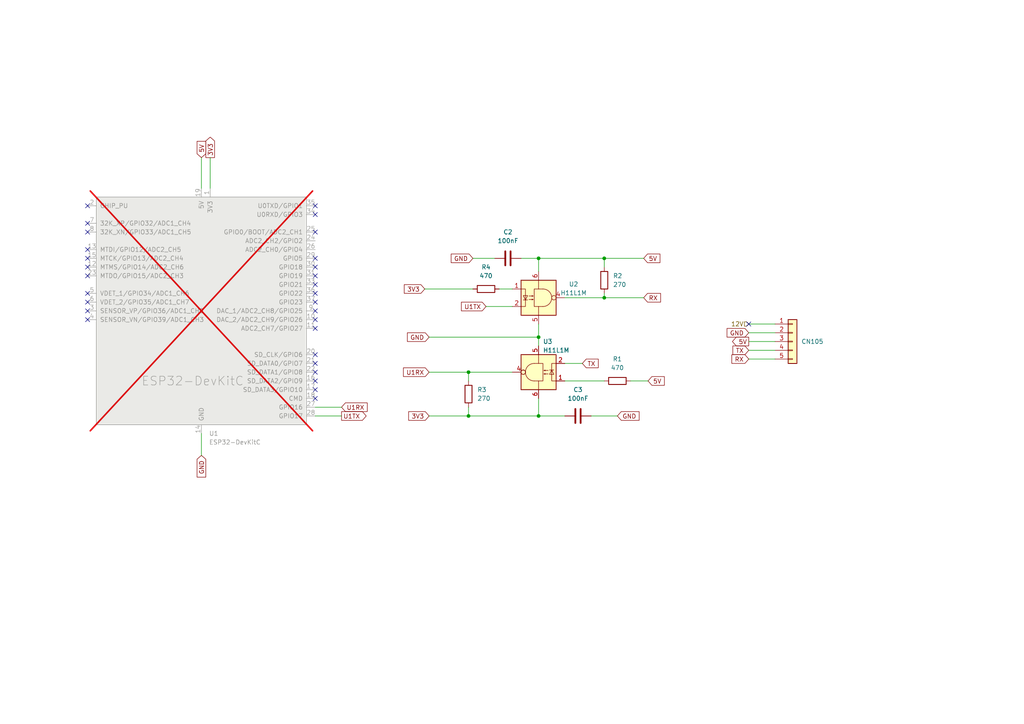
<source format=kicad_sch>
(kicad_sch (version 20230121) (generator eeschema)
  (paper "A4")
  (title_block (title "MEL CN105 Adapter") (date "24.12.2023"))
  (lib_symbols
    (symbol "Connector_Generic:Conn_01x05" (pin_names (offset 1.016) hide)
      (property "Reference" "J" (at 0 7.62 0))
      (property "Value" "Conn_01x05" (at 0 -7.62 0))
      (symbol "Conn_01x05_1_1"
        (rectangle (start -1.27 -4.953) (end 0 -5.207) (stroke (width 0.1524)))
        (rectangle (start -1.27 -2.413) (end 0 -2.667) (stroke (width 0.1524)))
        (rectangle (start -1.27 0.127) (end 0 -0.127) (stroke (width 0.1524)))
        (rectangle (start -1.27 2.667) (end 0 2.413) (stroke (width 0.1524)))
        (rectangle (start -1.27 5.207) (end 0 4.953) (stroke (width 0.1524)))
        (rectangle (start -1.27 6.35) (end 1.27 -6.35) (stroke (width 0.254)) (fill (type background)))
        (pin passive line (at -5.08 5.08 0) (length 3.81) (name "Pin_1") (number "1"))
        (pin passive line (at -5.08 2.54 0) (length 3.81) (name "Pin_2") (number "2"))
        (pin passive line (at -5.08 0 0) (length 3.81) (name "Pin_3") (number "3"))
        (pin passive line (at -5.08 -2.54 0) (length 3.81) (name "Pin_4") (number "4"))
        (pin passive line (at -5.08 -5.08 0) (length 3.81) (name "Pin_5") (number "5"))
      )
    )
    (symbol "Device:C" (pin_numbers hide) (pin_names (offset 0.254))
      (property "Reference" "C" (at 0.635 2.54 0))
      (property "Value" "C" (at 0.635 -2.54 0))
      (symbol "C_0_1"
        (polyline (pts (xy -2.032 -0.762) (xy 2.032 -0.762)) (stroke (width 0.508)))
        (polyline (pts (xy -2.032 0.762) (xy 2.032 0.762)) (stroke (width 0.508)))
      )
      (symbol "C_1_1"
        (pin passive line (at 0 3.81 270) (length 2.794) (name "~") (number "1"))
        (pin passive line (at 0 -3.81 90) (length 2.794) (name "~") (number "2"))
      )
    )
    (symbol "Device:R" (pin_numbers hide) (pin_names (offset 0))
      (property "Reference" "R" (at 2.032 0 90))
      (property "Value" "R" (at 0 0 90))
      (symbol "R_0_1"
        (rectangle (start -1.016 -2.54) (end 1.016 2.54) (stroke (width 0.254)))
      )
      (symbol "R_1_1"
        (pin passive line (at 0 3.81 270) (length 1.27) (name "~") (number "1"))
        (pin passive line (at 0 -3.81 90) (length 1.27) (name "~") (number "2"))
      )
    )
    (symbol "Isolator:H11L1" (pin_names (offset 1.016))
      (property "Reference" "U" (at 1.27 8.89 0))
      (property "Value" "H11L1" (at 1.27 6.35 0))
      (symbol "H11L1_0_1"
        (rectangle (start -5.08 5.08) (end 5.08 -5.08) (stroke (width 0.254)) (fill (type background)))
        (polyline (pts (xy -4.445 -0.635) (xy -3.175 -0.635)))
        (polyline (pts (xy 0 2.54) (xy 0 5.08)))
        (polyline (pts (xy 0 -2.54) (xy 0 -5.08) (xy 0 -3.81)))
        (polyline (pts (xy -5.08 -2.54) (xy -3.81 -2.54) (xy -3.81 2.54) (xy -5.08 2.54)))
        (polyline (pts (xy -3.81 -0.635) (xy -4.445 0.635) (xy -3.175 0.635) (xy -3.81 -0.635)))
        (polyline (pts (xy 1.27 -2.54) (xy -1.27 -2.54) (xy -1.27 2.54) (xy 1.27 2.54)))
        (polyline (pts (xy -2.794 -0.508) (xy -1.524 -0.508) (xy -1.905 -0.635) (xy -1.905 -0.381) (xy -1.524 -0.508)))
        (polyline (pts (xy -2.794 0.508) (xy -1.524 0.508) (xy -1.905 0.381) (xy -1.905 0.635) (xy -1.524 0.508)))
        (arc (start 1.27 -2.54) (mid 3.799 0) (end 1.27 2.54))
      )
      (symbol "H11L1_1_1"
        (pin passive line (at -7.62 2.54 0) (length 2.54) (name "~") (number "1"))
        (pin passive line (at -7.62 -2.54 0) (length 2.54) (name "~") (number "2"))
        (pin no_connect line (at -5.08 0 0) (length 2.54) hide (name "~") (number "3"))
        (pin output inverted (at 7.62 0 180) (length 3.81) (name "~") (number "4"))
        (pin power_in line (at 0 -7.62 90) (length 2.54) (name "~") (number "5"))
        (pin power_in line (at 0 7.62 270) (length 2.54) (name "~") (number "6"))
      )
    )
    (symbol "PCM_Espressif:ESP32-DevKitC" (pin_names (offset 1.016))
      (property "Reference" "U" (at -30.48 38.1 0))
      (property "Value" "ESP32-DevKitC" (at -30.48 35.56 0))
      (symbol "ESP32-DevKitC_0_0"
        (text "ESP32-DevKitC" (at -2.54 -20.32 0) (effects (font (size 2.54 2.54))))
        (pin power_in line (at 0 -35.56 90) (length 2.54) (name "GND") (number "14"))
        (pin power_in line (at 0 35.56 270) (length 2.54) (name "5V") (number "19"))
      )
      (symbol "ESP32-DevKitC_0_1"
        (rectangle (start -30.48 33.02) (end 30.48 -33.02) (fill (type background)))
      )
      (symbol "ESP32-DevKitC_1_1"
        (pin power_in line (at 2.54 35.56 270) (length 2.54) (name "3V3") (number "1"))
        (pin bidirectional line (at 33.02 -2.54 180) (length 2.54) (name "DAC_2/ADC2_CH9/GPIO26") (number "10"))
        (pin bidirectional line (at 33.02 -5.08 180) (length 2.54) (name "ADC2_CH7/GPIO27") (number "11"))
        (pin bidirectional line (at -33.02 12.7 0) (length 2.54) (name "MTMS/GPIO14/ADC2_CH6") (number "12"))
        (pin bidirectional line (at -33.02 17.78 0) (length 2.54) (name "MTDI/GPIO12/ADC2_CH5") (number "13"))
        (pin bidirectional line (at -33.02 15.24 0) (length 2.54) (name "MTCK/GPIO13/ADC2_CH4") (number "15"))
        (pin bidirectional line (at 33.02 -20.32 180) (length 2.54) (name "SD_DATA2/GPIO9") (number "16"))
        (pin bidirectional line (at 33.02 -22.86 180) (length 2.54) (name "SD_DATA3/GPIO10") (number "17"))
        (pin bidirectional line (at 33.02 -25.4 180) (length 2.54) (name "CMD") (number "18"))
        (pin input line (at -33.02 30.48 0) (length 2.54) (name "CHIP_PU") (number "2"))
        (pin bidirectional line (at 33.02 -12.7 180) (length 2.54) (name "SD_CLK/GPIO6") (number "20"))
        (pin bidirectional line (at 33.02 -15.24 180) (length 2.54) (name "SD_DATA0/GPIO7") (number "21"))
        (pin bidirectional line (at 33.02 -17.78 180) (length 2.54) (name "SD_DATA1/GPIO8") (number "22"))
        (pin bidirectional line (at -33.02 10.16 0) (length 2.54) (name "MTDO/GPIO15/ADC2_CH3") (number "23"))
        (pin bidirectional line (at 33.02 20.32 180) (length 2.54) (name "ADC2_CH2/GPIO2") (number "24"))
        (pin bidirectional line (at 33.02 22.86 180) (length 2.54) (name "GPIO0/BOOT/ADC2_CH1") (number "25"))
        (pin bidirectional line (at 33.02 17.78 180) (length 2.54) (name "ADC2_CH0/GPIO4") (number "26"))
        (pin bidirectional line (at 33.02 -27.94 180) (length 2.54) (name "GPIO16") (number "27"))
        (pin bidirectional line (at 33.02 -30.48 180) (length 2.54) (name "GPIO17") (number "28"))
        (pin bidirectional line (at 33.02 15.24 180) (length 2.54) (name "GPIO5") (number "29"))
        (pin input line (at -33.02 0 0) (length 2.54) (name "SENSOR_VP/GPIO36/ADC1_CH0") (number "3"))
        (pin bidirectional line (at 33.02 12.7 180) (length 2.54) (name "GPIO18") (number "30"))
        (pin bidirectional line (at 33.02 10.16 180) (length 2.54) (name "GPIO19") (number "31"))
        (pin passive line (at 0 -35.56 90) (length 2.54) hide (name "GND") (number "32"))
        (pin bidirectional line (at 33.02 7.62 180) (length 2.54) (name "GPIO21") (number "33"))
        (pin bidirectional line (at 33.02 27.94 180) (length 2.54) (name "U0RXD/GPIO3") (number "34"))
        (pin bidirectional line (at 33.02 30.48 180) (length 2.54) (name "U0TXD/GPIO1") (number "35"))
        (pin bidirectional line (at 33.02 5.08 180) (length 2.54) (name "GPIO22") (number "36"))
        (pin bidirectional line (at 33.02 2.54 180) (length 2.54) (name "GPIO23") (number "37"))
        (pin passive line (at 0 -35.56 90) (length 2.54) hide (name "GND") (number "38"))
        (pin input line (at -33.02 -2.54 0) (length 2.54) (name "SENSOR_VN/GPIO39/ADC1_CH3") (number "4"))
        (pin input line (at -33.02 5.08 0) (length 2.54) (name "VDET_1/GPIO34/ADC1_CH6") (number "5"))
        (pin input line (at -33.02 2.54 0) (length 2.54) (name "VDET_2/GPIO35/ADC1_CH7") (number "6"))
        (pin bidirectional line (at -33.02 25.4 0) (length 2.54) (name "32K_XP/GPIO32/ADC1_CH4") (number "7"))
        (pin bidirectional line (at -33.02 22.86 0) (length 2.54) (name "32K_XN/GPIO33/ADC1_CH5") (number "8"))
        (pin bidirectional line (at 33.02 0 180) (length 2.54) (name "DAC_1/ADC2_CH8/GPIO25") (number "9"))
      )
    )
  )
  (junction (at 175.26 86.36))
  (junction (at 175.26 74.93))
  (junction (at 156.21 97.79))
  (junction (at 135.89 107.95))
  (junction (at 156.21 120.65))
  (junction (at 135.89 120.65))
  (junction (at 156.21 74.93))
  (no_connect (at 217.17 93.98))
  (no_connect (at 25.4 72.39))
  (no_connect (at 91.44 115.57))
  (no_connect (at 91.44 77.47))
  (no_connect (at 25.4 59.69))
  (no_connect (at 25.4 87.63))
  (no_connect (at 91.44 87.63))
  (no_connect (at 91.44 110.49))
  (no_connect (at 91.44 67.31))
  (no_connect (at 91.44 85.09))
  (no_connect (at 91.44 62.23))
  (no_connect (at 25.4 77.47))
  (no_connect (at 91.44 107.95))
  (no_connect (at 25.4 74.93))
  (no_connect (at 25.4 85.09))
  (no_connect (at 91.44 105.41))
  (no_connect (at 91.44 74.93))
  (no_connect (at 25.4 90.17))
  (no_connect (at 25.4 64.77))
  (no_connect (at 91.44 82.55))
  (no_connect (at 91.44 90.17))
  (no_connect (at 25.4 92.71))
  (no_connect (at 91.44 113.03))
  (no_connect (at 91.44 80.01))
  (no_connect (at 91.44 95.25))
  (no_connect (at 91.44 102.87))
  (no_connect (at 91.44 92.71))
  (no_connect (at 91.44 59.69))
  (no_connect (at 25.4 67.31))
  (no_connect (at 25.4 80.01))
  (wire (pts (xy 156.21 97.79) (xy 156.21 93.98)))
  (wire (pts (xy 124.46 120.65) (xy 135.89 120.65)))
  (wire (pts (xy 135.89 120.65) (xy 135.89 118.11)))
  (wire (pts (xy 217.17 93.98) (xy 224.79 93.98)))
  (wire (pts (xy 144.78 83.82) (xy 148.59 83.82)))
  (wire (pts (xy 163.83 86.36) (xy 175.26 86.36)))
  (wire (pts (xy 60.96 45.72) (xy 60.96 54.61)))
  (wire (pts (xy 163.83 105.41) (xy 168.91 105.41)))
  (wire (pts (xy 124.46 97.79) (xy 156.21 97.79)))
  (wire (pts (xy 140.97 88.9) (xy 148.59 88.9)))
  (wire (pts (xy 58.42 125.73) (xy 58.42 132.08)))
  (wire (pts (xy 91.44 118.11) (xy 99.06 118.11)))
  (wire (pts (xy 156.21 115.57) (xy 156.21 120.65)))
  (wire (pts (xy 156.21 100.33) (xy 156.21 97.79)))
  (wire (pts (xy 135.89 107.95) (xy 148.59 107.95)))
  (wire (pts (xy 217.17 104.14) (xy 224.79 104.14)))
  (wire (pts (xy 175.26 86.36) (xy 186.69 86.36)))
  (wire (pts (xy 175.26 74.93) (xy 186.69 74.93)))
  (wire (pts (xy 163.83 110.49) (xy 175.26 110.49)))
  (wire (pts (xy 135.89 120.65) (xy 156.21 120.65)))
  (wire (pts (xy 91.44 120.65) (xy 99.06 120.65)))
  (wire (pts (xy 156.21 120.65) (xy 163.83 120.65)))
  (wire (pts (xy 175.26 74.93) (xy 175.26 77.47)))
  (wire (pts (xy 124.46 107.95) (xy 135.89 107.95)))
  (wire (pts (xy 217.17 101.6) (xy 224.79 101.6)))
  (wire (pts (xy 217.17 99.06) (xy 224.79 99.06)))
  (wire (pts (xy 137.16 74.93) (xy 143.51 74.93)))
  (wire (pts (xy 156.21 74.93) (xy 156.21 78.74)))
  (wire (pts (xy 217.17 96.52) (xy 224.79 96.52)))
  (wire (pts (xy 182.88 110.49) (xy 187.96 110.49)))
  (wire (pts (xy 156.21 74.93) (xy 175.26 74.93)))
  (wire (pts (xy 58.42 45.72) (xy 58.42 54.61)))
  (wire (pts (xy 123.19 83.82) (xy 137.16 83.82)))
  (wire (pts (xy 171.45 120.65) (xy 179.07 120.65)))
  (wire (pts (xy 151.13 74.93) (xy 156.21 74.93)))
  (wire (pts (xy 175.26 85.09) (xy 175.26 86.36)))
  (wire (pts (xy 135.89 107.95) (xy 135.89 110.49)))
  (global_label "GND" (shape input) (at 58.42 132.08 270) (property "Intersheetrefs" "${INTERSHEET_REFS}" (effects hide)))
  (global_label "3V3" (shape output) (at 60.96 45.72 90) (property "Intersheetrefs" "${INTERSHEET_REFS}" (effects hide)))
  (global_label "RX" (shape input) (at 217.17 104.14 180) (property "Intersheetrefs" "${INTERSHEET_REFS}" (effects hide)))
  (global_label "RX" (shape input) (at 186.69 86.36 0) (property "Intersheetrefs" "${INTERSHEET_REFS}" (effects hide)))
  (global_label "3V3" (shape input) (at 123.19 83.82 180) (property "Intersheetrefs" "${INTERSHEET_REFS}" (effects hide)))
  (global_label "5V" (shape input) (at 58.42 45.72 90) (property "Intersheetrefs" "${INTERSHEET_REFS}" (effects hide)))
  (global_label "5V" (shape output) (at 217.17 99.06 180) (property "Intersheetrefs" "${INTERSHEET_REFS}" (effects hide)))
  (global_label "TX" (shape input) (at 217.17 101.6 180) (property "Intersheetrefs" "${INTERSHEET_REFS}" (effects hide)))
  (global_label "3V3" (shape input) (at 124.46 120.65 180) (property "Intersheetrefs" "${INTERSHEET_REFS}" (effects hide)))
  (global_label "GND" (shape input) (at 137.16 74.93 180) (property "Intersheetrefs" "${INTERSHEET_REFS}" (effects hide)))
  (global_label "U1RX" (shape input) (at 124.46 107.95 180) (property "Intersheetrefs" "${INTERSHEET_REFS}" (effects hide)))
  (global_label "GND" (shape input) (at 217.17 96.52 180) (property "Intersheetrefs" "${INTERSHEET_REFS}" (effects hide)))
  (global_label "5V" (shape input) (at 186.69 74.93 0) (property "Intersheetrefs" "${INTERSHEET_REFS}" (effects hide)))
  (global_label "5V" (shape input) (at 187.96 110.49 0) (property "Intersheetrefs" "${INTERSHEET_REFS}" (effects hide)))
  (global_label "GND" (shape input) (at 124.46 97.79 180) (property "Intersheetrefs" "${INTERSHEET_REFS}" (effects hide)))
  (global_label "U1TX" (shape input) (at 140.97 88.9 180) (property "Intersheetrefs" "${INTERSHEET_REFS}" (effects hide)))
  (global_label "U1RX" (shape input) (at 99.06 118.11 0) (property "Intersheetrefs" "${INTERSHEET_REFS}" (effects hide)))
  (global_label "GND" (shape input) (at 179.07 120.65 0) (property "Intersheetrefs" "${INTERSHEET_REFS}" (effects hide)))
  (global_label "U1TX" (shape output) (at 99.06 120.65 0) (property "Intersheetrefs" "${INTERSHEET_REFS}" (effects hide)))
  (global_label "TX" (shape input) (at 168.91 105.41 0) (property "Intersheetrefs" "${INTERSHEET_REFS}" (effects hide)))
  (hierarchical_label "12V" (shape input) (at 217.17 93.98 180))
  (symbol (lib_id "Device:C") (at 167.64 120.65 90) (unit 1)
    (property "Reference" "C3" (at 167.64 113.03 90))
    (property "Value" "100nF" (at 167.64 115.57 90))
    (property "Footprint" "Capacitor_SMD:C_0603_1608Metric_Pad1.08x0.95mm_HandSolder" (effects hide))
    (property "JLC" "C14663" (effects hide))
  )
  (symbol (lib_id "PCM_Espressif:ESP32-DevKitC") (at 58.42 90.17 0) (unit 1) (in_bom no) (dnp yes)
    (property "Reference" "U1" (at 60.6141 125.73 0) (effects (justify left)))
    (property "Value" "ESP32-DevKitC" (at 60.6141 128.27 0) (effects (justify left)))
    (property "Footprint" "Custom_PCM_Espressif:ESP32-DevKitC (no overhang)" (effects hide))
    (property "Datasheet" "https://docs.espressif.com/projects/esp-idf/zh_CN/latest/esp32/hw-reference/esp32/get-started-devkitc.html" (effects hide))
  )
  (symbol (lib_id "Isolator:H11L1") (at 156.21 107.95 180) (unit 1)
    (property "Reference" "U3" (at 157.48 99.06 0) (effects (justify right)))
    (property "Value" "H11L1M" (at 157.48 101.6 0) (effects (justify right)))
    (property "Footprint" "Package_DIP:DIP-6_W8.89mm_SMDSocket_LongPads" (effects hide))
    (property "Datasheet" "https://www.onsemi.com/pub/Collateral/H11L3M-D.PDF" (effects hide))
    (property "JLC" "C20082" (effects hide))
  )
  (symbol (lib_id "Isolator:H11L1") (at 156.21 86.36 0) (unit 1)
    (property "Reference" "U2" (at 166.37 82.4231 0))
    (property "Value" "H11L1M" (at 166.37 84.9631 0))
    (property "Footprint" "Package_DIP:DIP-6_W8.89mm_SMDSocket_LongPads" (effects hide))
    (property "Datasheet" "https://www.onsemi.com/pub/Collateral/H11L3M-D.PDF" (effects hide))
    (property "JLC" "C20082" (effects hide))
  )
  (symbol (lib_id "Device:R") (at 179.07 110.49 90) (unit 1)
    (property "Reference" "R1" (at 179.07 104.14 90))
    (property "Value" "470" (at 179.07 106.68 90))
    (property "Footprint" "Resistor_SMD:R_0603_1608Metric_Pad0.98x0.95mm_HandSolder" (effects hide))
    (property "JLC" "C23179" (effects hide))
  )
  (symbol (lib_id "Device:C") (at 147.32 74.93 90) (unit 1)
    (property "Reference" "C2" (at 147.32 67.31 90))
    (property "Value" "100nF" (at 147.32 69.85 90))
    (property "Footprint" "Capacitor_SMD:C_0603_1608Metric_Pad1.08x0.95mm_HandSolder" (effects hide))
    (property "JLC" "C14663" (effects hide))
  )
  (symbol (lib_id "Device:R") (at 175.26 81.28 0) (unit 1)
    (property "Reference" "R2" (at 177.8 80.01 0) (effects (justify left)))
    (property "Value" "270" (at 177.8 82.55 0) (effects (justify left)))
    (property "Footprint" "Resistor_SMD:R_0603_1608Metric_Pad0.98x0.95mm_HandSolder" (effects hide))
    (property "JLC" "C22966" (effects hide))
  )
  (symbol (lib_id "Connector_Generic:Conn_01x05") (at 229.87 99.06 0) (unit 1)
    (property "Reference" "CN105" (at 232.41 99.06 0) (effects (justify left)))
    (property "Footprint" "Custom_Connector_JST_PA:JST_PA_SM05B-PASS_1x5_P2.00mm_Horizontal" (effects hide))
    (property "JLC" "C379014" (effects hide))
  )
  (symbol (lib_id "Device:R") (at 135.89 114.3 180) (unit 1)
    (property "Reference" "R3" (at 138.43 113.03 0) (effects (justify right)))
    (property "Value" "270" (at 138.43 115.57 0) (effects (justify right)))
    (property "Footprint" "Resistor_SMD:R_0603_1608Metric_Pad0.98x0.95mm_HandSolder" (effects hide))
    (property "JLC" "C22966" (effects hide))
  )
  (symbol (lib_id "Device:R") (at 140.97 83.82 90) (unit 1)
    (property "Reference" "R4" (at 140.97 77.47 90))
    (property "Value" "470" (at 140.97 80.01 90))
    (property "Footprint" "Resistor_SMD:R_0603_1608Metric_Pad0.98x0.95mm_HandSolder" (effects hide))
    (property "JLC" "C23179" (effects hide))
  )
)
</source>
